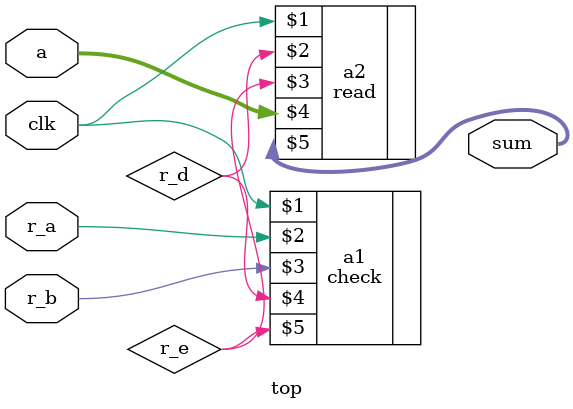
<source format=v>
`timescale 1ns / 1ps
module top(clk,r_a,r_b,a,sum
    );
input clk,r_a,r_b;
input [3:0] a;
output wire [7:0] sum;
wire r_e,r_d;
check a1(clk,r_a,r_b,r_d,r_e);
read a2(clk,r_d,r_e,a,sum);
endmodule

</source>
